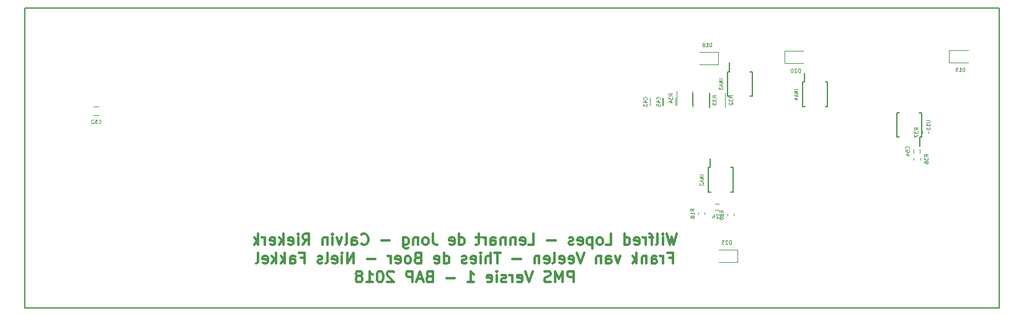
<source format=gbr>
G04 #@! TF.FileFunction,Legend,Bot*
%FSLAX46Y46*%
G04 Gerber Fmt 4.6, Leading zero omitted, Abs format (unit mm)*
G04 Created by KiCad (PCBNEW 4.0.7) date 06/14/18 16:50:20*
%MOMM*%
%LPD*%
G01*
G04 APERTURE LIST*
%ADD10C,0.100000*%
%ADD11C,0.300000*%
%ADD12C,0.150000*%
%ADD13C,0.120000*%
%ADD14C,0.125000*%
G04 APERTURE END LIST*
D10*
D11*
X113927142Y-153878571D02*
X113569999Y-155378571D01*
X113284285Y-154307143D01*
X112998571Y-155378571D01*
X112641428Y-153878571D01*
X112069999Y-155378571D02*
X112069999Y-154378571D01*
X112069999Y-153878571D02*
X112141428Y-153950000D01*
X112069999Y-154021429D01*
X111998571Y-153950000D01*
X112069999Y-153878571D01*
X112069999Y-154021429D01*
X111141427Y-155378571D02*
X111284285Y-155307143D01*
X111355713Y-155164286D01*
X111355713Y-153878571D01*
X110784285Y-154378571D02*
X110212856Y-154378571D01*
X110569999Y-155378571D02*
X110569999Y-154092857D01*
X110498571Y-153950000D01*
X110355713Y-153878571D01*
X110212856Y-153878571D01*
X109712856Y-155378571D02*
X109712856Y-154378571D01*
X109712856Y-154664286D02*
X109641428Y-154521429D01*
X109569999Y-154450000D01*
X109427142Y-154378571D01*
X109284285Y-154378571D01*
X108212857Y-155307143D02*
X108355714Y-155378571D01*
X108641428Y-155378571D01*
X108784285Y-155307143D01*
X108855714Y-155164286D01*
X108855714Y-154592857D01*
X108784285Y-154450000D01*
X108641428Y-154378571D01*
X108355714Y-154378571D01*
X108212857Y-154450000D01*
X108141428Y-154592857D01*
X108141428Y-154735714D01*
X108855714Y-154878571D01*
X106855714Y-155378571D02*
X106855714Y-153878571D01*
X106855714Y-155307143D02*
X106998571Y-155378571D01*
X107284285Y-155378571D01*
X107427143Y-155307143D01*
X107498571Y-155235714D01*
X107570000Y-155092857D01*
X107570000Y-154664286D01*
X107498571Y-154521429D01*
X107427143Y-154450000D01*
X107284285Y-154378571D01*
X106998571Y-154378571D01*
X106855714Y-154450000D01*
X104284285Y-155378571D02*
X104998571Y-155378571D01*
X104998571Y-153878571D01*
X103569999Y-155378571D02*
X103712857Y-155307143D01*
X103784285Y-155235714D01*
X103855714Y-155092857D01*
X103855714Y-154664286D01*
X103784285Y-154521429D01*
X103712857Y-154450000D01*
X103569999Y-154378571D01*
X103355714Y-154378571D01*
X103212857Y-154450000D01*
X103141428Y-154521429D01*
X103069999Y-154664286D01*
X103069999Y-155092857D01*
X103141428Y-155235714D01*
X103212857Y-155307143D01*
X103355714Y-155378571D01*
X103569999Y-155378571D01*
X102427142Y-154378571D02*
X102427142Y-155878571D01*
X102427142Y-154450000D02*
X102284285Y-154378571D01*
X101998571Y-154378571D01*
X101855714Y-154450000D01*
X101784285Y-154521429D01*
X101712856Y-154664286D01*
X101712856Y-155092857D01*
X101784285Y-155235714D01*
X101855714Y-155307143D01*
X101998571Y-155378571D01*
X102284285Y-155378571D01*
X102427142Y-155307143D01*
X100498571Y-155307143D02*
X100641428Y-155378571D01*
X100927142Y-155378571D01*
X101069999Y-155307143D01*
X101141428Y-155164286D01*
X101141428Y-154592857D01*
X101069999Y-154450000D01*
X100927142Y-154378571D01*
X100641428Y-154378571D01*
X100498571Y-154450000D01*
X100427142Y-154592857D01*
X100427142Y-154735714D01*
X101141428Y-154878571D01*
X99855714Y-155307143D02*
X99712857Y-155378571D01*
X99427142Y-155378571D01*
X99284285Y-155307143D01*
X99212857Y-155164286D01*
X99212857Y-155092857D01*
X99284285Y-154950000D01*
X99427142Y-154878571D01*
X99641428Y-154878571D01*
X99784285Y-154807143D01*
X99855714Y-154664286D01*
X99855714Y-154592857D01*
X99784285Y-154450000D01*
X99641428Y-154378571D01*
X99427142Y-154378571D01*
X99284285Y-154450000D01*
X97427142Y-154807143D02*
X96284285Y-154807143D01*
X93712856Y-155378571D02*
X94427142Y-155378571D01*
X94427142Y-153878571D01*
X92641428Y-155307143D02*
X92784285Y-155378571D01*
X93069999Y-155378571D01*
X93212856Y-155307143D01*
X93284285Y-155164286D01*
X93284285Y-154592857D01*
X93212856Y-154450000D01*
X93069999Y-154378571D01*
X92784285Y-154378571D01*
X92641428Y-154450000D01*
X92569999Y-154592857D01*
X92569999Y-154735714D01*
X93284285Y-154878571D01*
X91927142Y-154378571D02*
X91927142Y-155378571D01*
X91927142Y-154521429D02*
X91855714Y-154450000D01*
X91712856Y-154378571D01*
X91498571Y-154378571D01*
X91355714Y-154450000D01*
X91284285Y-154592857D01*
X91284285Y-155378571D01*
X90569999Y-154378571D02*
X90569999Y-155378571D01*
X90569999Y-154521429D02*
X90498571Y-154450000D01*
X90355713Y-154378571D01*
X90141428Y-154378571D01*
X89998571Y-154450000D01*
X89927142Y-154592857D01*
X89927142Y-155378571D01*
X88569999Y-155378571D02*
X88569999Y-154592857D01*
X88641428Y-154450000D01*
X88784285Y-154378571D01*
X89069999Y-154378571D01*
X89212856Y-154450000D01*
X88569999Y-155307143D02*
X88712856Y-155378571D01*
X89069999Y-155378571D01*
X89212856Y-155307143D01*
X89284285Y-155164286D01*
X89284285Y-155021429D01*
X89212856Y-154878571D01*
X89069999Y-154807143D01*
X88712856Y-154807143D01*
X88569999Y-154735714D01*
X87855713Y-155378571D02*
X87855713Y-154378571D01*
X87855713Y-154664286D02*
X87784285Y-154521429D01*
X87712856Y-154450000D01*
X87569999Y-154378571D01*
X87427142Y-154378571D01*
X87141428Y-154378571D02*
X86569999Y-154378571D01*
X86927142Y-153878571D02*
X86927142Y-155164286D01*
X86855714Y-155307143D01*
X86712856Y-155378571D01*
X86569999Y-155378571D01*
X84284285Y-155378571D02*
X84284285Y-153878571D01*
X84284285Y-155307143D02*
X84427142Y-155378571D01*
X84712856Y-155378571D01*
X84855714Y-155307143D01*
X84927142Y-155235714D01*
X84998571Y-155092857D01*
X84998571Y-154664286D01*
X84927142Y-154521429D01*
X84855714Y-154450000D01*
X84712856Y-154378571D01*
X84427142Y-154378571D01*
X84284285Y-154450000D01*
X82998571Y-155307143D02*
X83141428Y-155378571D01*
X83427142Y-155378571D01*
X83569999Y-155307143D01*
X83641428Y-155164286D01*
X83641428Y-154592857D01*
X83569999Y-154450000D01*
X83427142Y-154378571D01*
X83141428Y-154378571D01*
X82998571Y-154450000D01*
X82927142Y-154592857D01*
X82927142Y-154735714D01*
X83641428Y-154878571D01*
X80712857Y-153878571D02*
X80712857Y-154950000D01*
X80784285Y-155164286D01*
X80927142Y-155307143D01*
X81141428Y-155378571D01*
X81284285Y-155378571D01*
X79784285Y-155378571D02*
X79927143Y-155307143D01*
X79998571Y-155235714D01*
X80070000Y-155092857D01*
X80070000Y-154664286D01*
X79998571Y-154521429D01*
X79927143Y-154450000D01*
X79784285Y-154378571D01*
X79570000Y-154378571D01*
X79427143Y-154450000D01*
X79355714Y-154521429D01*
X79284285Y-154664286D01*
X79284285Y-155092857D01*
X79355714Y-155235714D01*
X79427143Y-155307143D01*
X79570000Y-155378571D01*
X79784285Y-155378571D01*
X78641428Y-154378571D02*
X78641428Y-155378571D01*
X78641428Y-154521429D02*
X78570000Y-154450000D01*
X78427142Y-154378571D01*
X78212857Y-154378571D01*
X78070000Y-154450000D01*
X77998571Y-154592857D01*
X77998571Y-155378571D01*
X76641428Y-154378571D02*
X76641428Y-155592857D01*
X76712857Y-155735714D01*
X76784285Y-155807143D01*
X76927142Y-155878571D01*
X77141428Y-155878571D01*
X77284285Y-155807143D01*
X76641428Y-155307143D02*
X76784285Y-155378571D01*
X77069999Y-155378571D01*
X77212857Y-155307143D01*
X77284285Y-155235714D01*
X77355714Y-155092857D01*
X77355714Y-154664286D01*
X77284285Y-154521429D01*
X77212857Y-154450000D01*
X77069999Y-154378571D01*
X76784285Y-154378571D01*
X76641428Y-154450000D01*
X74784285Y-154807143D02*
X73641428Y-154807143D01*
X70927142Y-155235714D02*
X70998571Y-155307143D01*
X71212857Y-155378571D01*
X71355714Y-155378571D01*
X71569999Y-155307143D01*
X71712857Y-155164286D01*
X71784285Y-155021429D01*
X71855714Y-154735714D01*
X71855714Y-154521429D01*
X71784285Y-154235714D01*
X71712857Y-154092857D01*
X71569999Y-153950000D01*
X71355714Y-153878571D01*
X71212857Y-153878571D01*
X70998571Y-153950000D01*
X70927142Y-154021429D01*
X69641428Y-155378571D02*
X69641428Y-154592857D01*
X69712857Y-154450000D01*
X69855714Y-154378571D01*
X70141428Y-154378571D01*
X70284285Y-154450000D01*
X69641428Y-155307143D02*
X69784285Y-155378571D01*
X70141428Y-155378571D01*
X70284285Y-155307143D01*
X70355714Y-155164286D01*
X70355714Y-155021429D01*
X70284285Y-154878571D01*
X70141428Y-154807143D01*
X69784285Y-154807143D01*
X69641428Y-154735714D01*
X68712856Y-155378571D02*
X68855714Y-155307143D01*
X68927142Y-155164286D01*
X68927142Y-153878571D01*
X68284285Y-154378571D02*
X67927142Y-155378571D01*
X67570000Y-154378571D01*
X66998571Y-155378571D02*
X66998571Y-154378571D01*
X66998571Y-153878571D02*
X67070000Y-153950000D01*
X66998571Y-154021429D01*
X66927143Y-153950000D01*
X66998571Y-153878571D01*
X66998571Y-154021429D01*
X66284285Y-154378571D02*
X66284285Y-155378571D01*
X66284285Y-154521429D02*
X66212857Y-154450000D01*
X66069999Y-154378571D01*
X65855714Y-154378571D01*
X65712857Y-154450000D01*
X65641428Y-154592857D01*
X65641428Y-155378571D01*
X62927142Y-155378571D02*
X63427142Y-154664286D01*
X63784285Y-155378571D02*
X63784285Y-153878571D01*
X63212857Y-153878571D01*
X63069999Y-153950000D01*
X62998571Y-154021429D01*
X62927142Y-154164286D01*
X62927142Y-154378571D01*
X62998571Y-154521429D01*
X63069999Y-154592857D01*
X63212857Y-154664286D01*
X63784285Y-154664286D01*
X62284285Y-155378571D02*
X62284285Y-154378571D01*
X62284285Y-153878571D02*
X62355714Y-153950000D01*
X62284285Y-154021429D01*
X62212857Y-153950000D01*
X62284285Y-153878571D01*
X62284285Y-154021429D01*
X60998571Y-155307143D02*
X61141428Y-155378571D01*
X61427142Y-155378571D01*
X61569999Y-155307143D01*
X61641428Y-155164286D01*
X61641428Y-154592857D01*
X61569999Y-154450000D01*
X61427142Y-154378571D01*
X61141428Y-154378571D01*
X60998571Y-154450000D01*
X60927142Y-154592857D01*
X60927142Y-154735714D01*
X61641428Y-154878571D01*
X60284285Y-155378571D02*
X60284285Y-153878571D01*
X60141428Y-154807143D02*
X59712857Y-155378571D01*
X59712857Y-154378571D02*
X60284285Y-154950000D01*
X58498571Y-155307143D02*
X58641428Y-155378571D01*
X58927142Y-155378571D01*
X59069999Y-155307143D01*
X59141428Y-155164286D01*
X59141428Y-154592857D01*
X59069999Y-154450000D01*
X58927142Y-154378571D01*
X58641428Y-154378571D01*
X58498571Y-154450000D01*
X58427142Y-154592857D01*
X58427142Y-154735714D01*
X59141428Y-154878571D01*
X57784285Y-155378571D02*
X57784285Y-154378571D01*
X57784285Y-154664286D02*
X57712857Y-154521429D01*
X57641428Y-154450000D01*
X57498571Y-154378571D01*
X57355714Y-154378571D01*
X56855714Y-155378571D02*
X56855714Y-153878571D01*
X56712857Y-154807143D02*
X56284286Y-155378571D01*
X56284286Y-154378571D02*
X56855714Y-154950000D01*
X112927141Y-157142857D02*
X113427141Y-157142857D01*
X113427141Y-157928571D02*
X113427141Y-156428571D01*
X112712855Y-156428571D01*
X112141427Y-157928571D02*
X112141427Y-156928571D01*
X112141427Y-157214286D02*
X112069999Y-157071429D01*
X111998570Y-157000000D01*
X111855713Y-156928571D01*
X111712856Y-156928571D01*
X110569999Y-157928571D02*
X110569999Y-157142857D01*
X110641428Y-157000000D01*
X110784285Y-156928571D01*
X111069999Y-156928571D01*
X111212856Y-157000000D01*
X110569999Y-157857143D02*
X110712856Y-157928571D01*
X111069999Y-157928571D01*
X111212856Y-157857143D01*
X111284285Y-157714286D01*
X111284285Y-157571429D01*
X111212856Y-157428571D01*
X111069999Y-157357143D01*
X110712856Y-157357143D01*
X110569999Y-157285714D01*
X109855713Y-156928571D02*
X109855713Y-157928571D01*
X109855713Y-157071429D02*
X109784285Y-157000000D01*
X109641427Y-156928571D01*
X109427142Y-156928571D01*
X109284285Y-157000000D01*
X109212856Y-157142857D01*
X109212856Y-157928571D01*
X108498570Y-157928571D02*
X108498570Y-156428571D01*
X108355713Y-157357143D02*
X107927142Y-157928571D01*
X107927142Y-156928571D02*
X108498570Y-157500000D01*
X106284284Y-156928571D02*
X105927141Y-157928571D01*
X105569999Y-156928571D01*
X104355713Y-157928571D02*
X104355713Y-157142857D01*
X104427142Y-157000000D01*
X104569999Y-156928571D01*
X104855713Y-156928571D01*
X104998570Y-157000000D01*
X104355713Y-157857143D02*
X104498570Y-157928571D01*
X104855713Y-157928571D01*
X104998570Y-157857143D01*
X105069999Y-157714286D01*
X105069999Y-157571429D01*
X104998570Y-157428571D01*
X104855713Y-157357143D01*
X104498570Y-157357143D01*
X104355713Y-157285714D01*
X103641427Y-156928571D02*
X103641427Y-157928571D01*
X103641427Y-157071429D02*
X103569999Y-157000000D01*
X103427141Y-156928571D01*
X103212856Y-156928571D01*
X103069999Y-157000000D01*
X102998570Y-157142857D01*
X102998570Y-157928571D01*
X101355713Y-156428571D02*
X100855713Y-157928571D01*
X100355713Y-156428571D01*
X99284285Y-157857143D02*
X99427142Y-157928571D01*
X99712856Y-157928571D01*
X99855713Y-157857143D01*
X99927142Y-157714286D01*
X99927142Y-157142857D01*
X99855713Y-157000000D01*
X99712856Y-156928571D01*
X99427142Y-156928571D01*
X99284285Y-157000000D01*
X99212856Y-157142857D01*
X99212856Y-157285714D01*
X99927142Y-157428571D01*
X97998571Y-157857143D02*
X98141428Y-157928571D01*
X98427142Y-157928571D01*
X98569999Y-157857143D01*
X98641428Y-157714286D01*
X98641428Y-157142857D01*
X98569999Y-157000000D01*
X98427142Y-156928571D01*
X98141428Y-156928571D01*
X97998571Y-157000000D01*
X97927142Y-157142857D01*
X97927142Y-157285714D01*
X98641428Y-157428571D01*
X97069999Y-157928571D02*
X97212857Y-157857143D01*
X97284285Y-157714286D01*
X97284285Y-156428571D01*
X95927143Y-157857143D02*
X96070000Y-157928571D01*
X96355714Y-157928571D01*
X96498571Y-157857143D01*
X96570000Y-157714286D01*
X96570000Y-157142857D01*
X96498571Y-157000000D01*
X96355714Y-156928571D01*
X96070000Y-156928571D01*
X95927143Y-157000000D01*
X95855714Y-157142857D01*
X95855714Y-157285714D01*
X96570000Y-157428571D01*
X95212857Y-156928571D02*
X95212857Y-157928571D01*
X95212857Y-157071429D02*
X95141429Y-157000000D01*
X94998571Y-156928571D01*
X94784286Y-156928571D01*
X94641429Y-157000000D01*
X94570000Y-157142857D01*
X94570000Y-157928571D01*
X92712857Y-157357143D02*
X91570000Y-157357143D01*
X89927143Y-156428571D02*
X89070000Y-156428571D01*
X89498571Y-157928571D02*
X89498571Y-156428571D01*
X88570000Y-157928571D02*
X88570000Y-156428571D01*
X87927143Y-157928571D02*
X87927143Y-157142857D01*
X87998572Y-157000000D01*
X88141429Y-156928571D01*
X88355714Y-156928571D01*
X88498572Y-157000000D01*
X88570000Y-157071429D01*
X87212857Y-157928571D02*
X87212857Y-156928571D01*
X87212857Y-156428571D02*
X87284286Y-156500000D01*
X87212857Y-156571429D01*
X87141429Y-156500000D01*
X87212857Y-156428571D01*
X87212857Y-156571429D01*
X85927143Y-157857143D02*
X86070000Y-157928571D01*
X86355714Y-157928571D01*
X86498571Y-157857143D01*
X86570000Y-157714286D01*
X86570000Y-157142857D01*
X86498571Y-157000000D01*
X86355714Y-156928571D01*
X86070000Y-156928571D01*
X85927143Y-157000000D01*
X85855714Y-157142857D01*
X85855714Y-157285714D01*
X86570000Y-157428571D01*
X85284286Y-157857143D02*
X85141429Y-157928571D01*
X84855714Y-157928571D01*
X84712857Y-157857143D01*
X84641429Y-157714286D01*
X84641429Y-157642857D01*
X84712857Y-157500000D01*
X84855714Y-157428571D01*
X85070000Y-157428571D01*
X85212857Y-157357143D01*
X85284286Y-157214286D01*
X85284286Y-157142857D01*
X85212857Y-157000000D01*
X85070000Y-156928571D01*
X84855714Y-156928571D01*
X84712857Y-157000000D01*
X82212857Y-157928571D02*
X82212857Y-156428571D01*
X82212857Y-157857143D02*
X82355714Y-157928571D01*
X82641428Y-157928571D01*
X82784286Y-157857143D01*
X82855714Y-157785714D01*
X82927143Y-157642857D01*
X82927143Y-157214286D01*
X82855714Y-157071429D01*
X82784286Y-157000000D01*
X82641428Y-156928571D01*
X82355714Y-156928571D01*
X82212857Y-157000000D01*
X80927143Y-157857143D02*
X81070000Y-157928571D01*
X81355714Y-157928571D01*
X81498571Y-157857143D01*
X81570000Y-157714286D01*
X81570000Y-157142857D01*
X81498571Y-157000000D01*
X81355714Y-156928571D01*
X81070000Y-156928571D01*
X80927143Y-157000000D01*
X80855714Y-157142857D01*
X80855714Y-157285714D01*
X81570000Y-157428571D01*
X78570000Y-157142857D02*
X78355714Y-157214286D01*
X78284286Y-157285714D01*
X78212857Y-157428571D01*
X78212857Y-157642857D01*
X78284286Y-157785714D01*
X78355714Y-157857143D01*
X78498572Y-157928571D01*
X79070000Y-157928571D01*
X79070000Y-156428571D01*
X78570000Y-156428571D01*
X78427143Y-156500000D01*
X78355714Y-156571429D01*
X78284286Y-156714286D01*
X78284286Y-156857143D01*
X78355714Y-157000000D01*
X78427143Y-157071429D01*
X78570000Y-157142857D01*
X79070000Y-157142857D01*
X77355714Y-157928571D02*
X77498572Y-157857143D01*
X77570000Y-157785714D01*
X77641429Y-157642857D01*
X77641429Y-157214286D01*
X77570000Y-157071429D01*
X77498572Y-157000000D01*
X77355714Y-156928571D01*
X77141429Y-156928571D01*
X76998572Y-157000000D01*
X76927143Y-157071429D01*
X76855714Y-157214286D01*
X76855714Y-157642857D01*
X76927143Y-157785714D01*
X76998572Y-157857143D01*
X77141429Y-157928571D01*
X77355714Y-157928571D01*
X75641429Y-157857143D02*
X75784286Y-157928571D01*
X76070000Y-157928571D01*
X76212857Y-157857143D01*
X76284286Y-157714286D01*
X76284286Y-157142857D01*
X76212857Y-157000000D01*
X76070000Y-156928571D01*
X75784286Y-156928571D01*
X75641429Y-157000000D01*
X75570000Y-157142857D01*
X75570000Y-157285714D01*
X76284286Y-157428571D01*
X74927143Y-157928571D02*
X74927143Y-156928571D01*
X74927143Y-157214286D02*
X74855715Y-157071429D01*
X74784286Y-157000000D01*
X74641429Y-156928571D01*
X74498572Y-156928571D01*
X72855715Y-157357143D02*
X71712858Y-157357143D01*
X69855715Y-157928571D02*
X69855715Y-156428571D01*
X68998572Y-157928571D01*
X68998572Y-156428571D01*
X68284286Y-157928571D02*
X68284286Y-156928571D01*
X68284286Y-156428571D02*
X68355715Y-156500000D01*
X68284286Y-156571429D01*
X68212858Y-156500000D01*
X68284286Y-156428571D01*
X68284286Y-156571429D01*
X66998572Y-157857143D02*
X67141429Y-157928571D01*
X67427143Y-157928571D01*
X67570000Y-157857143D01*
X67641429Y-157714286D01*
X67641429Y-157142857D01*
X67570000Y-157000000D01*
X67427143Y-156928571D01*
X67141429Y-156928571D01*
X66998572Y-157000000D01*
X66927143Y-157142857D01*
X66927143Y-157285714D01*
X67641429Y-157428571D01*
X66070000Y-157928571D02*
X66212858Y-157857143D01*
X66284286Y-157714286D01*
X66284286Y-156428571D01*
X65570001Y-157857143D02*
X65427144Y-157928571D01*
X65141429Y-157928571D01*
X64998572Y-157857143D01*
X64927144Y-157714286D01*
X64927144Y-157642857D01*
X64998572Y-157500000D01*
X65141429Y-157428571D01*
X65355715Y-157428571D01*
X65498572Y-157357143D01*
X65570001Y-157214286D01*
X65570001Y-157142857D01*
X65498572Y-157000000D01*
X65355715Y-156928571D01*
X65141429Y-156928571D01*
X64998572Y-157000000D01*
X62641429Y-157142857D02*
X63141429Y-157142857D01*
X63141429Y-157928571D02*
X63141429Y-156428571D01*
X62427143Y-156428571D01*
X61212858Y-157928571D02*
X61212858Y-157142857D01*
X61284287Y-157000000D01*
X61427144Y-156928571D01*
X61712858Y-156928571D01*
X61855715Y-157000000D01*
X61212858Y-157857143D02*
X61355715Y-157928571D01*
X61712858Y-157928571D01*
X61855715Y-157857143D01*
X61927144Y-157714286D01*
X61927144Y-157571429D01*
X61855715Y-157428571D01*
X61712858Y-157357143D01*
X61355715Y-157357143D01*
X61212858Y-157285714D01*
X60498572Y-157928571D02*
X60498572Y-156428571D01*
X60355715Y-157357143D02*
X59927144Y-157928571D01*
X59927144Y-156928571D02*
X60498572Y-157500000D01*
X59284286Y-157928571D02*
X59284286Y-156428571D01*
X59141429Y-157357143D02*
X58712858Y-157928571D01*
X58712858Y-156928571D02*
X59284286Y-157500000D01*
X57498572Y-157857143D02*
X57641429Y-157928571D01*
X57927143Y-157928571D01*
X58070000Y-157857143D01*
X58141429Y-157714286D01*
X58141429Y-157142857D01*
X58070000Y-157000000D01*
X57927143Y-156928571D01*
X57641429Y-156928571D01*
X57498572Y-157000000D01*
X57427143Y-157142857D01*
X57427143Y-157285714D01*
X58141429Y-157428571D01*
X56570000Y-157928571D02*
X56712858Y-157857143D01*
X56784286Y-157714286D01*
X56784286Y-156428571D01*
X99891426Y-160478571D02*
X99891426Y-158978571D01*
X99319998Y-158978571D01*
X99177140Y-159050000D01*
X99105712Y-159121429D01*
X99034283Y-159264286D01*
X99034283Y-159478571D01*
X99105712Y-159621429D01*
X99177140Y-159692857D01*
X99319998Y-159764286D01*
X99891426Y-159764286D01*
X98391426Y-160478571D02*
X98391426Y-158978571D01*
X97891426Y-160050000D01*
X97391426Y-158978571D01*
X97391426Y-160478571D01*
X96748569Y-160407143D02*
X96534283Y-160478571D01*
X96177140Y-160478571D01*
X96034283Y-160407143D01*
X95962854Y-160335714D01*
X95891426Y-160192857D01*
X95891426Y-160050000D01*
X95962854Y-159907143D01*
X96034283Y-159835714D01*
X96177140Y-159764286D01*
X96462854Y-159692857D01*
X96605712Y-159621429D01*
X96677140Y-159550000D01*
X96748569Y-159407143D01*
X96748569Y-159264286D01*
X96677140Y-159121429D01*
X96605712Y-159050000D01*
X96462854Y-158978571D01*
X96105712Y-158978571D01*
X95891426Y-159050000D01*
X94319998Y-158978571D02*
X93819998Y-160478571D01*
X93319998Y-158978571D01*
X92248570Y-160407143D02*
X92391427Y-160478571D01*
X92677141Y-160478571D01*
X92819998Y-160407143D01*
X92891427Y-160264286D01*
X92891427Y-159692857D01*
X92819998Y-159550000D01*
X92677141Y-159478571D01*
X92391427Y-159478571D01*
X92248570Y-159550000D01*
X92177141Y-159692857D01*
X92177141Y-159835714D01*
X92891427Y-159978571D01*
X91534284Y-160478571D02*
X91534284Y-159478571D01*
X91534284Y-159764286D02*
X91462856Y-159621429D01*
X91391427Y-159550000D01*
X91248570Y-159478571D01*
X91105713Y-159478571D01*
X90677142Y-160407143D02*
X90534285Y-160478571D01*
X90248570Y-160478571D01*
X90105713Y-160407143D01*
X90034285Y-160264286D01*
X90034285Y-160192857D01*
X90105713Y-160050000D01*
X90248570Y-159978571D01*
X90462856Y-159978571D01*
X90605713Y-159907143D01*
X90677142Y-159764286D01*
X90677142Y-159692857D01*
X90605713Y-159550000D01*
X90462856Y-159478571D01*
X90248570Y-159478571D01*
X90105713Y-159550000D01*
X89391427Y-160478571D02*
X89391427Y-159478571D01*
X89391427Y-158978571D02*
X89462856Y-159050000D01*
X89391427Y-159121429D01*
X89319999Y-159050000D01*
X89391427Y-158978571D01*
X89391427Y-159121429D01*
X88105713Y-160407143D02*
X88248570Y-160478571D01*
X88534284Y-160478571D01*
X88677141Y-160407143D01*
X88748570Y-160264286D01*
X88748570Y-159692857D01*
X88677141Y-159550000D01*
X88534284Y-159478571D01*
X88248570Y-159478571D01*
X88105713Y-159550000D01*
X88034284Y-159692857D01*
X88034284Y-159835714D01*
X88748570Y-159978571D01*
X85462856Y-160478571D02*
X86319999Y-160478571D01*
X85891427Y-160478571D02*
X85891427Y-158978571D01*
X86034284Y-159192857D01*
X86177142Y-159335714D01*
X86319999Y-159407143D01*
X83677142Y-159907143D02*
X82534285Y-159907143D01*
X80177142Y-159692857D02*
X79962856Y-159764286D01*
X79891428Y-159835714D01*
X79819999Y-159978571D01*
X79819999Y-160192857D01*
X79891428Y-160335714D01*
X79962856Y-160407143D01*
X80105714Y-160478571D01*
X80677142Y-160478571D01*
X80677142Y-158978571D01*
X80177142Y-158978571D01*
X80034285Y-159050000D01*
X79962856Y-159121429D01*
X79891428Y-159264286D01*
X79891428Y-159407143D01*
X79962856Y-159550000D01*
X80034285Y-159621429D01*
X80177142Y-159692857D01*
X80677142Y-159692857D01*
X79248571Y-160050000D02*
X78534285Y-160050000D01*
X79391428Y-160478571D02*
X78891428Y-158978571D01*
X78391428Y-160478571D01*
X77891428Y-160478571D02*
X77891428Y-158978571D01*
X77320000Y-158978571D01*
X77177142Y-159050000D01*
X77105714Y-159121429D01*
X77034285Y-159264286D01*
X77034285Y-159478571D01*
X77105714Y-159621429D01*
X77177142Y-159692857D01*
X77320000Y-159764286D01*
X77891428Y-159764286D01*
X75320000Y-159121429D02*
X75248571Y-159050000D01*
X75105714Y-158978571D01*
X74748571Y-158978571D01*
X74605714Y-159050000D01*
X74534285Y-159121429D01*
X74462857Y-159264286D01*
X74462857Y-159407143D01*
X74534285Y-159621429D01*
X75391428Y-160478571D01*
X74462857Y-160478571D01*
X73534286Y-158978571D02*
X73391429Y-158978571D01*
X73248572Y-159050000D01*
X73177143Y-159121429D01*
X73105714Y-159264286D01*
X73034286Y-159550000D01*
X73034286Y-159907143D01*
X73105714Y-160192857D01*
X73177143Y-160335714D01*
X73248572Y-160407143D01*
X73391429Y-160478571D01*
X73534286Y-160478571D01*
X73677143Y-160407143D01*
X73748572Y-160335714D01*
X73820000Y-160192857D01*
X73891429Y-159907143D01*
X73891429Y-159550000D01*
X73820000Y-159264286D01*
X73748572Y-159121429D01*
X73677143Y-159050000D01*
X73534286Y-158978571D01*
X71605715Y-160478571D02*
X72462858Y-160478571D01*
X72034286Y-160478571D02*
X72034286Y-158978571D01*
X72177143Y-159192857D01*
X72320001Y-159335714D01*
X72462858Y-159407143D01*
X70748572Y-159621429D02*
X70891430Y-159550000D01*
X70962858Y-159478571D01*
X71034287Y-159335714D01*
X71034287Y-159264286D01*
X70962858Y-159121429D01*
X70891430Y-159050000D01*
X70748572Y-158978571D01*
X70462858Y-158978571D01*
X70320001Y-159050000D01*
X70248572Y-159121429D01*
X70177144Y-159264286D01*
X70177144Y-159335714D01*
X70248572Y-159478571D01*
X70320001Y-159550000D01*
X70462858Y-159621429D01*
X70748572Y-159621429D01*
X70891430Y-159692857D01*
X70962858Y-159764286D01*
X71034287Y-159907143D01*
X71034287Y-160192857D01*
X70962858Y-160335714D01*
X70891430Y-160407143D01*
X70748572Y-160478571D01*
X70462858Y-160478571D01*
X70320001Y-160407143D01*
X70248572Y-160335714D01*
X70177144Y-160192857D01*
X70177144Y-159907143D01*
X70248572Y-159764286D01*
X70320001Y-159692857D01*
X70462858Y-159621429D01*
D12*
X25000000Y-164000000D02*
X25000000Y-123000000D01*
X158000000Y-164000000D02*
X25000000Y-164000000D01*
X158000000Y-123000000D02*
X158000000Y-164000000D01*
X25000000Y-123000000D02*
X158000000Y-123000000D01*
D13*
X35060000Y-136460000D02*
X34360000Y-136460000D01*
X34360000Y-137660000D02*
X35060000Y-137660000D01*
X119750000Y-149810000D02*
X119250000Y-149810000D01*
X119250000Y-150610000D02*
X119750000Y-150610000D01*
X110330000Y-136300000D02*
X110330000Y-135300000D01*
X112030000Y-135300000D02*
X112030000Y-136300000D01*
X112130000Y-136300000D02*
X112130000Y-135300000D01*
X113830000Y-135300000D02*
X113830000Y-136300000D01*
X147140000Y-142810000D02*
X147140000Y-142310000D01*
X146340000Y-142310000D02*
X146340000Y-142810000D01*
D12*
X118285000Y-144825000D02*
X118510000Y-144825000D01*
X118285000Y-148175000D02*
X118585000Y-148175000D01*
X121635000Y-148175000D02*
X121335000Y-148175000D01*
X121635000Y-144825000D02*
X121335000Y-144825000D01*
X118285000Y-144825000D02*
X118285000Y-148175000D01*
X121635000Y-144825000D02*
X121635000Y-148175000D01*
X118510000Y-144825000D02*
X118510000Y-143600000D01*
X120905000Y-131725000D02*
X121130000Y-131725000D01*
X120905000Y-135075000D02*
X121205000Y-135075000D01*
X124255000Y-135075000D02*
X123955000Y-135075000D01*
X124255000Y-131725000D02*
X123955000Y-131725000D01*
X120905000Y-131725000D02*
X120905000Y-135075000D01*
X124255000Y-131725000D02*
X124255000Y-135075000D01*
X121130000Y-131725000D02*
X121130000Y-130500000D01*
X131195000Y-133135000D02*
X131420000Y-133135000D01*
X131195000Y-136485000D02*
X131495000Y-136485000D01*
X134545000Y-136485000D02*
X134245000Y-136485000D01*
X134545000Y-133135000D02*
X134245000Y-133135000D01*
X131195000Y-133135000D02*
X131195000Y-136485000D01*
X134545000Y-133135000D02*
X134545000Y-136485000D01*
X131420000Y-133135000D02*
X131420000Y-131910000D01*
D13*
X116890000Y-151190000D02*
X116890000Y-150950000D01*
X117770000Y-150950000D02*
X117770000Y-151190000D01*
X120890000Y-151410000D02*
X120890000Y-151170000D01*
X121770000Y-151170000D02*
X121770000Y-151410000D01*
X118450000Y-134600000D02*
X118450000Y-136600000D01*
X120590000Y-136600000D02*
X120590000Y-134600000D01*
X116190000Y-134600000D02*
X116190000Y-136600000D01*
X118330000Y-136600000D02*
X118330000Y-134600000D01*
X116080000Y-136330000D02*
X116080000Y-134330000D01*
X113940000Y-134330000D02*
X113940000Y-136330000D01*
X147220000Y-143500000D02*
X147220000Y-143740000D01*
X146340000Y-143740000D02*
X146340000Y-143500000D01*
X147470000Y-140100000D02*
X147470000Y-139860000D01*
X148350000Y-139860000D02*
X148350000Y-140100000D01*
D12*
X147385000Y-140675000D02*
X147160000Y-140675000D01*
X147385000Y-137325000D02*
X147085000Y-137325000D01*
X144035000Y-137325000D02*
X144335000Y-137325000D01*
X144035000Y-140675000D02*
X144335000Y-140675000D01*
X147385000Y-140675000D02*
X147385000Y-137325000D01*
X144035000Y-140675000D02*
X144035000Y-137325000D01*
X147160000Y-140675000D02*
X147160000Y-141900000D01*
D13*
X119630000Y-129060000D02*
X119630000Y-130760000D01*
X119630000Y-130760000D02*
X117080000Y-130760000D01*
X119630000Y-129060000D02*
X117080000Y-129060000D01*
X151170000Y-130450000D02*
X151170000Y-128750000D01*
X151170000Y-128750000D02*
X153720000Y-128750000D01*
X151170000Y-130450000D02*
X153720000Y-130450000D01*
X128680000Y-130570000D02*
X128680000Y-128870000D01*
X128680000Y-128870000D02*
X131230000Y-128870000D01*
X128680000Y-130570000D02*
X131230000Y-130570000D01*
X122280000Y-156060000D02*
X122280000Y-157760000D01*
X122280000Y-157760000D02*
X119730000Y-157760000D01*
X122280000Y-156060000D02*
X119730000Y-156060000D01*
D14*
X35031428Y-138738571D02*
X35055238Y-138762381D01*
X35126666Y-138786190D01*
X35174285Y-138786190D01*
X35245714Y-138762381D01*
X35293333Y-138714762D01*
X35317142Y-138667143D01*
X35340952Y-138571905D01*
X35340952Y-138500476D01*
X35317142Y-138405238D01*
X35293333Y-138357619D01*
X35245714Y-138310000D01*
X35174285Y-138286190D01*
X35126666Y-138286190D01*
X35055238Y-138310000D01*
X35031428Y-138333810D01*
X34602857Y-138286190D02*
X34698095Y-138286190D01*
X34745714Y-138310000D01*
X34769523Y-138333810D01*
X34817142Y-138405238D01*
X34840952Y-138500476D01*
X34840952Y-138690952D01*
X34817142Y-138738571D01*
X34793333Y-138762381D01*
X34745714Y-138786190D01*
X34650476Y-138786190D01*
X34602857Y-138762381D01*
X34579047Y-138738571D01*
X34555238Y-138690952D01*
X34555238Y-138571905D01*
X34579047Y-138524286D01*
X34602857Y-138500476D01*
X34650476Y-138476667D01*
X34745714Y-138476667D01*
X34793333Y-138500476D01*
X34817142Y-138524286D01*
X34840952Y-138571905D01*
X34364762Y-138333810D02*
X34340952Y-138310000D01*
X34293333Y-138286190D01*
X34174286Y-138286190D01*
X34126667Y-138310000D01*
X34102857Y-138333810D01*
X34079048Y-138381429D01*
X34079048Y-138429048D01*
X34102857Y-138500476D01*
X34388571Y-138786190D01*
X34079048Y-138786190D01*
X119821428Y-151658571D02*
X119845238Y-151682381D01*
X119916666Y-151706190D01*
X119964285Y-151706190D01*
X120035714Y-151682381D01*
X120083333Y-151634762D01*
X120107142Y-151587143D01*
X120130952Y-151491905D01*
X120130952Y-151420476D01*
X120107142Y-151325238D01*
X120083333Y-151277619D01*
X120035714Y-151230000D01*
X119964285Y-151206190D01*
X119916666Y-151206190D01*
X119845238Y-151230000D01*
X119821428Y-151253810D01*
X119630952Y-151253810D02*
X119607142Y-151230000D01*
X119559523Y-151206190D01*
X119440476Y-151206190D01*
X119392857Y-151230000D01*
X119369047Y-151253810D01*
X119345238Y-151301429D01*
X119345238Y-151349048D01*
X119369047Y-151420476D01*
X119654761Y-151706190D01*
X119345238Y-151706190D01*
X118916667Y-151372857D02*
X118916667Y-151706190D01*
X119035714Y-151182381D02*
X119154762Y-151539524D01*
X118845238Y-151539524D01*
X109858571Y-135478572D02*
X109882381Y-135454762D01*
X109906190Y-135383334D01*
X109906190Y-135335715D01*
X109882381Y-135264286D01*
X109834762Y-135216667D01*
X109787143Y-135192858D01*
X109691905Y-135169048D01*
X109620476Y-135169048D01*
X109525238Y-135192858D01*
X109477619Y-135216667D01*
X109430000Y-135264286D01*
X109406190Y-135335715D01*
X109406190Y-135383334D01*
X109430000Y-135454762D01*
X109453810Y-135478572D01*
X109572857Y-135907143D02*
X109906190Y-135907143D01*
X109382381Y-135788096D02*
X109739524Y-135669048D01*
X109739524Y-135978572D01*
X109406190Y-136121429D02*
X109406190Y-136430952D01*
X109596667Y-136264286D01*
X109596667Y-136335714D01*
X109620476Y-136383333D01*
X109644286Y-136407143D01*
X109691905Y-136430952D01*
X109810952Y-136430952D01*
X109858571Y-136407143D01*
X109882381Y-136383333D01*
X109906190Y-136335714D01*
X109906190Y-136192857D01*
X109882381Y-136145238D01*
X109858571Y-136121429D01*
X111658571Y-135478572D02*
X111682381Y-135454762D01*
X111706190Y-135383334D01*
X111706190Y-135335715D01*
X111682381Y-135264286D01*
X111634762Y-135216667D01*
X111587143Y-135192858D01*
X111491905Y-135169048D01*
X111420476Y-135169048D01*
X111325238Y-135192858D01*
X111277619Y-135216667D01*
X111230000Y-135264286D01*
X111206190Y-135335715D01*
X111206190Y-135383334D01*
X111230000Y-135454762D01*
X111253810Y-135478572D01*
X111372857Y-135907143D02*
X111706190Y-135907143D01*
X111182381Y-135788096D02*
X111539524Y-135669048D01*
X111539524Y-135978572D01*
X111206190Y-136407143D02*
X111206190Y-136169048D01*
X111444286Y-136145238D01*
X111420476Y-136169048D01*
X111396667Y-136216667D01*
X111396667Y-136335714D01*
X111420476Y-136383333D01*
X111444286Y-136407143D01*
X111491905Y-136430952D01*
X111610952Y-136430952D01*
X111658571Y-136407143D01*
X111682381Y-136383333D01*
X111706190Y-136335714D01*
X111706190Y-136216667D01*
X111682381Y-136169048D01*
X111658571Y-136145238D01*
X145648571Y-142238572D02*
X145672381Y-142214762D01*
X145696190Y-142143334D01*
X145696190Y-142095715D01*
X145672381Y-142024286D01*
X145624762Y-141976667D01*
X145577143Y-141952858D01*
X145481905Y-141929048D01*
X145410476Y-141929048D01*
X145315238Y-141952858D01*
X145267619Y-141976667D01*
X145220000Y-142024286D01*
X145196190Y-142095715D01*
X145196190Y-142143334D01*
X145220000Y-142214762D01*
X145243810Y-142238572D01*
X145196190Y-142690953D02*
X145196190Y-142452858D01*
X145434286Y-142429048D01*
X145410476Y-142452858D01*
X145386667Y-142500477D01*
X145386667Y-142619524D01*
X145410476Y-142667143D01*
X145434286Y-142690953D01*
X145481905Y-142714762D01*
X145600952Y-142714762D01*
X145648571Y-142690953D01*
X145672381Y-142667143D01*
X145696190Y-142619524D01*
X145696190Y-142500477D01*
X145672381Y-142452858D01*
X145648571Y-142429048D01*
X145362857Y-143143333D02*
X145696190Y-143143333D01*
X145172381Y-143024286D02*
X145529524Y-142905238D01*
X145529524Y-143214762D01*
X117586190Y-145785715D02*
X117086190Y-145785715D01*
X117586190Y-146023810D02*
X117086190Y-146023810D01*
X117586190Y-146309524D01*
X117086190Y-146309524D01*
X117443333Y-146523810D02*
X117443333Y-146761905D01*
X117586190Y-146476191D02*
X117086190Y-146642858D01*
X117586190Y-146809524D01*
X117133810Y-146952381D02*
X117110000Y-146976191D01*
X117086190Y-147023810D01*
X117086190Y-147142857D01*
X117110000Y-147190476D01*
X117133810Y-147214286D01*
X117181429Y-147238095D01*
X117229048Y-147238095D01*
X117300476Y-147214286D01*
X117586190Y-146928572D01*
X117586190Y-147238095D01*
X120206190Y-132685715D02*
X119706190Y-132685715D01*
X120206190Y-132923810D02*
X119706190Y-132923810D01*
X120206190Y-133209524D01*
X119706190Y-133209524D01*
X120063333Y-133423810D02*
X120063333Y-133661905D01*
X120206190Y-133376191D02*
X119706190Y-133542858D01*
X120206190Y-133709524D01*
X119706190Y-133828572D02*
X119706190Y-134138095D01*
X119896667Y-133971429D01*
X119896667Y-134042857D01*
X119920476Y-134090476D01*
X119944286Y-134114286D01*
X119991905Y-134138095D01*
X120110952Y-134138095D01*
X120158571Y-134114286D01*
X120182381Y-134090476D01*
X120206190Y-134042857D01*
X120206190Y-133900000D01*
X120182381Y-133852381D01*
X120158571Y-133828572D01*
X130496190Y-134095715D02*
X129996190Y-134095715D01*
X130496190Y-134333810D02*
X129996190Y-134333810D01*
X130496190Y-134619524D01*
X129996190Y-134619524D01*
X130353333Y-134833810D02*
X130353333Y-135071905D01*
X130496190Y-134786191D02*
X129996190Y-134952858D01*
X130496190Y-135119524D01*
X130162857Y-135500476D02*
X130496190Y-135500476D01*
X129972381Y-135381429D02*
X130329524Y-135262381D01*
X130329524Y-135571905D01*
X116306190Y-150748572D02*
X116068095Y-150581905D01*
X116306190Y-150462858D02*
X115806190Y-150462858D01*
X115806190Y-150653334D01*
X115830000Y-150700953D01*
X115853810Y-150724762D01*
X115901429Y-150748572D01*
X115972857Y-150748572D01*
X116020476Y-150724762D01*
X116044286Y-150700953D01*
X116068095Y-150653334D01*
X116068095Y-150462858D01*
X116306190Y-151224762D02*
X116306190Y-150939048D01*
X116306190Y-151081905D02*
X115806190Y-151081905D01*
X115877619Y-151034286D01*
X115925238Y-150986667D01*
X115949048Y-150939048D01*
X116020476Y-151510476D02*
X115996667Y-151462857D01*
X115972857Y-151439048D01*
X115925238Y-151415238D01*
X115901429Y-151415238D01*
X115853810Y-151439048D01*
X115830000Y-151462857D01*
X115806190Y-151510476D01*
X115806190Y-151605714D01*
X115830000Y-151653333D01*
X115853810Y-151677143D01*
X115901429Y-151700952D01*
X115925238Y-151700952D01*
X115972857Y-151677143D01*
X115996667Y-151653333D01*
X116020476Y-151605714D01*
X116020476Y-151510476D01*
X116044286Y-151462857D01*
X116068095Y-151439048D01*
X116115714Y-151415238D01*
X116210952Y-151415238D01*
X116258571Y-151439048D01*
X116282381Y-151462857D01*
X116306190Y-151510476D01*
X116306190Y-151605714D01*
X116282381Y-151653333D01*
X116258571Y-151677143D01*
X116210952Y-151700952D01*
X116115714Y-151700952D01*
X116068095Y-151677143D01*
X116044286Y-151653333D01*
X116020476Y-151605714D01*
X120306190Y-150968572D02*
X120068095Y-150801905D01*
X120306190Y-150682858D02*
X119806190Y-150682858D01*
X119806190Y-150873334D01*
X119830000Y-150920953D01*
X119853810Y-150944762D01*
X119901429Y-150968572D01*
X119972857Y-150968572D01*
X120020476Y-150944762D01*
X120044286Y-150920953D01*
X120068095Y-150873334D01*
X120068095Y-150682858D01*
X119853810Y-151159048D02*
X119830000Y-151182858D01*
X119806190Y-151230477D01*
X119806190Y-151349524D01*
X119830000Y-151397143D01*
X119853810Y-151420953D01*
X119901429Y-151444762D01*
X119949048Y-151444762D01*
X120020476Y-151420953D01*
X120306190Y-151135239D01*
X120306190Y-151444762D01*
X119806190Y-151754286D02*
X119806190Y-151801905D01*
X119830000Y-151849524D01*
X119853810Y-151873333D01*
X119901429Y-151897143D01*
X119996667Y-151920952D01*
X120115714Y-151920952D01*
X120210952Y-151897143D01*
X120258571Y-151873333D01*
X120282381Y-151849524D01*
X120306190Y-151801905D01*
X120306190Y-151754286D01*
X120282381Y-151706667D01*
X120258571Y-151682857D01*
X120210952Y-151659048D01*
X120115714Y-151635238D01*
X119996667Y-151635238D01*
X119901429Y-151659048D01*
X119853810Y-151682857D01*
X119830000Y-151706667D01*
X119806190Y-151754286D01*
X121596190Y-135278572D02*
X121358095Y-135111905D01*
X121596190Y-134992858D02*
X121096190Y-134992858D01*
X121096190Y-135183334D01*
X121120000Y-135230953D01*
X121143810Y-135254762D01*
X121191429Y-135278572D01*
X121262857Y-135278572D01*
X121310476Y-135254762D01*
X121334286Y-135230953D01*
X121358095Y-135183334D01*
X121358095Y-134992858D01*
X121096190Y-135445239D02*
X121096190Y-135754762D01*
X121286667Y-135588096D01*
X121286667Y-135659524D01*
X121310476Y-135707143D01*
X121334286Y-135730953D01*
X121381905Y-135754762D01*
X121500952Y-135754762D01*
X121548571Y-135730953D01*
X121572381Y-135707143D01*
X121596190Y-135659524D01*
X121596190Y-135516667D01*
X121572381Y-135469048D01*
X121548571Y-135445239D01*
X121143810Y-135945238D02*
X121120000Y-135969048D01*
X121096190Y-136016667D01*
X121096190Y-136135714D01*
X121120000Y-136183333D01*
X121143810Y-136207143D01*
X121191429Y-136230952D01*
X121239048Y-136230952D01*
X121310476Y-136207143D01*
X121596190Y-135921429D01*
X121596190Y-136230952D01*
X119336190Y-135278572D02*
X119098095Y-135111905D01*
X119336190Y-134992858D02*
X118836190Y-134992858D01*
X118836190Y-135183334D01*
X118860000Y-135230953D01*
X118883810Y-135254762D01*
X118931429Y-135278572D01*
X119002857Y-135278572D01*
X119050476Y-135254762D01*
X119074286Y-135230953D01*
X119098095Y-135183334D01*
X119098095Y-134992858D01*
X118836190Y-135445239D02*
X118836190Y-135754762D01*
X119026667Y-135588096D01*
X119026667Y-135659524D01*
X119050476Y-135707143D01*
X119074286Y-135730953D01*
X119121905Y-135754762D01*
X119240952Y-135754762D01*
X119288571Y-135730953D01*
X119312381Y-135707143D01*
X119336190Y-135659524D01*
X119336190Y-135516667D01*
X119312381Y-135469048D01*
X119288571Y-135445239D01*
X118836190Y-135921429D02*
X118836190Y-136230952D01*
X119026667Y-136064286D01*
X119026667Y-136135714D01*
X119050476Y-136183333D01*
X119074286Y-136207143D01*
X119121905Y-136230952D01*
X119240952Y-136230952D01*
X119288571Y-136207143D01*
X119312381Y-136183333D01*
X119336190Y-136135714D01*
X119336190Y-135992857D01*
X119312381Y-135945238D01*
X119288571Y-135921429D01*
X113386190Y-135008572D02*
X113148095Y-134841905D01*
X113386190Y-134722858D02*
X112886190Y-134722858D01*
X112886190Y-134913334D01*
X112910000Y-134960953D01*
X112933810Y-134984762D01*
X112981429Y-135008572D01*
X113052857Y-135008572D01*
X113100476Y-134984762D01*
X113124286Y-134960953D01*
X113148095Y-134913334D01*
X113148095Y-134722858D01*
X112886190Y-135175239D02*
X112886190Y-135484762D01*
X113076667Y-135318096D01*
X113076667Y-135389524D01*
X113100476Y-135437143D01*
X113124286Y-135460953D01*
X113171905Y-135484762D01*
X113290952Y-135484762D01*
X113338571Y-135460953D01*
X113362381Y-135437143D01*
X113386190Y-135389524D01*
X113386190Y-135246667D01*
X113362381Y-135199048D01*
X113338571Y-135175239D01*
X113052857Y-135913333D02*
X113386190Y-135913333D01*
X112862381Y-135794286D02*
X113219524Y-135675238D01*
X113219524Y-135984762D01*
X148256190Y-143298572D02*
X148018095Y-143131905D01*
X148256190Y-143012858D02*
X147756190Y-143012858D01*
X147756190Y-143203334D01*
X147780000Y-143250953D01*
X147803810Y-143274762D01*
X147851429Y-143298572D01*
X147922857Y-143298572D01*
X147970476Y-143274762D01*
X147994286Y-143250953D01*
X148018095Y-143203334D01*
X148018095Y-143012858D01*
X147756190Y-143465239D02*
X147756190Y-143774762D01*
X147946667Y-143608096D01*
X147946667Y-143679524D01*
X147970476Y-143727143D01*
X147994286Y-143750953D01*
X148041905Y-143774762D01*
X148160952Y-143774762D01*
X148208571Y-143750953D01*
X148232381Y-143727143D01*
X148256190Y-143679524D01*
X148256190Y-143536667D01*
X148232381Y-143489048D01*
X148208571Y-143465239D01*
X147756190Y-144203333D02*
X147756190Y-144108095D01*
X147780000Y-144060476D01*
X147803810Y-144036667D01*
X147875238Y-143989048D01*
X147970476Y-143965238D01*
X148160952Y-143965238D01*
X148208571Y-143989048D01*
X148232381Y-144012857D01*
X148256190Y-144060476D01*
X148256190Y-144155714D01*
X148232381Y-144203333D01*
X148208571Y-144227143D01*
X148160952Y-144250952D01*
X148041905Y-144250952D01*
X147994286Y-144227143D01*
X147970476Y-144203333D01*
X147946667Y-144155714D01*
X147946667Y-144060476D01*
X147970476Y-144012857D01*
X147994286Y-143989048D01*
X148041905Y-143965238D01*
X146886190Y-139658572D02*
X146648095Y-139491905D01*
X146886190Y-139372858D02*
X146386190Y-139372858D01*
X146386190Y-139563334D01*
X146410000Y-139610953D01*
X146433810Y-139634762D01*
X146481429Y-139658572D01*
X146552857Y-139658572D01*
X146600476Y-139634762D01*
X146624286Y-139610953D01*
X146648095Y-139563334D01*
X146648095Y-139372858D01*
X146386190Y-139825239D02*
X146386190Y-140134762D01*
X146576667Y-139968096D01*
X146576667Y-140039524D01*
X146600476Y-140087143D01*
X146624286Y-140110953D01*
X146671905Y-140134762D01*
X146790952Y-140134762D01*
X146838571Y-140110953D01*
X146862381Y-140087143D01*
X146886190Y-140039524D01*
X146886190Y-139896667D01*
X146862381Y-139849048D01*
X146838571Y-139825239D01*
X146386190Y-140301429D02*
X146386190Y-140634762D01*
X146886190Y-140420476D01*
X148036190Y-138380953D02*
X148440952Y-138380953D01*
X148488571Y-138404762D01*
X148512381Y-138428572D01*
X148536190Y-138476191D01*
X148536190Y-138571429D01*
X148512381Y-138619048D01*
X148488571Y-138642857D01*
X148440952Y-138666667D01*
X148036190Y-138666667D01*
X148536190Y-139166667D02*
X148536190Y-138880953D01*
X148536190Y-139023810D02*
X148036190Y-139023810D01*
X148107619Y-138976191D01*
X148155238Y-138928572D01*
X148179048Y-138880953D01*
X148536190Y-139642857D02*
X148536190Y-139357143D01*
X148536190Y-139500000D02*
X148036190Y-139500000D01*
X148107619Y-139452381D01*
X148155238Y-139404762D01*
X148179048Y-139357143D01*
X118737142Y-128286190D02*
X118737142Y-127786190D01*
X118618095Y-127786190D01*
X118546666Y-127810000D01*
X118499047Y-127857619D01*
X118475238Y-127905238D01*
X118451428Y-128000476D01*
X118451428Y-128071905D01*
X118475238Y-128167143D01*
X118499047Y-128214762D01*
X118546666Y-128262381D01*
X118618095Y-128286190D01*
X118737142Y-128286190D01*
X117975238Y-128286190D02*
X118260952Y-128286190D01*
X118118095Y-128286190D02*
X118118095Y-127786190D01*
X118165714Y-127857619D01*
X118213333Y-127905238D01*
X118260952Y-127929048D01*
X117689524Y-128000476D02*
X117737143Y-127976667D01*
X117760952Y-127952857D01*
X117784762Y-127905238D01*
X117784762Y-127881429D01*
X117760952Y-127833810D01*
X117737143Y-127810000D01*
X117689524Y-127786190D01*
X117594286Y-127786190D01*
X117546667Y-127810000D01*
X117522857Y-127833810D01*
X117499048Y-127881429D01*
X117499048Y-127905238D01*
X117522857Y-127952857D01*
X117546667Y-127976667D01*
X117594286Y-128000476D01*
X117689524Y-128000476D01*
X117737143Y-128024286D01*
X117760952Y-128048095D01*
X117784762Y-128095714D01*
X117784762Y-128190952D01*
X117760952Y-128238571D01*
X117737143Y-128262381D01*
X117689524Y-128286190D01*
X117594286Y-128286190D01*
X117546667Y-128262381D01*
X117522857Y-128238571D01*
X117499048Y-128190952D01*
X117499048Y-128095714D01*
X117522857Y-128048095D01*
X117546667Y-128024286D01*
X117594286Y-128000476D01*
X153277142Y-131676190D02*
X153277142Y-131176190D01*
X153158095Y-131176190D01*
X153086666Y-131200000D01*
X153039047Y-131247619D01*
X153015238Y-131295238D01*
X152991428Y-131390476D01*
X152991428Y-131461905D01*
X153015238Y-131557143D01*
X153039047Y-131604762D01*
X153086666Y-131652381D01*
X153158095Y-131676190D01*
X153277142Y-131676190D01*
X152515238Y-131676190D02*
X152800952Y-131676190D01*
X152658095Y-131676190D02*
X152658095Y-131176190D01*
X152705714Y-131247619D01*
X152753333Y-131295238D01*
X152800952Y-131319048D01*
X152277143Y-131676190D02*
X152181905Y-131676190D01*
X152134286Y-131652381D01*
X152110476Y-131628571D01*
X152062857Y-131557143D01*
X152039048Y-131461905D01*
X152039048Y-131271429D01*
X152062857Y-131223810D01*
X152086667Y-131200000D01*
X152134286Y-131176190D01*
X152229524Y-131176190D01*
X152277143Y-131200000D01*
X152300952Y-131223810D01*
X152324762Y-131271429D01*
X152324762Y-131390476D01*
X152300952Y-131438095D01*
X152277143Y-131461905D01*
X152229524Y-131485714D01*
X152134286Y-131485714D01*
X152086667Y-131461905D01*
X152062857Y-131438095D01*
X152039048Y-131390476D01*
X130787142Y-131796190D02*
X130787142Y-131296190D01*
X130668095Y-131296190D01*
X130596666Y-131320000D01*
X130549047Y-131367619D01*
X130525238Y-131415238D01*
X130501428Y-131510476D01*
X130501428Y-131581905D01*
X130525238Y-131677143D01*
X130549047Y-131724762D01*
X130596666Y-131772381D01*
X130668095Y-131796190D01*
X130787142Y-131796190D01*
X130310952Y-131343810D02*
X130287142Y-131320000D01*
X130239523Y-131296190D01*
X130120476Y-131296190D01*
X130072857Y-131320000D01*
X130049047Y-131343810D01*
X130025238Y-131391429D01*
X130025238Y-131439048D01*
X130049047Y-131510476D01*
X130334761Y-131796190D01*
X130025238Y-131796190D01*
X129715714Y-131296190D02*
X129668095Y-131296190D01*
X129620476Y-131320000D01*
X129596667Y-131343810D01*
X129572857Y-131391429D01*
X129549048Y-131486667D01*
X129549048Y-131605714D01*
X129572857Y-131700952D01*
X129596667Y-131748571D01*
X129620476Y-131772381D01*
X129668095Y-131796190D01*
X129715714Y-131796190D01*
X129763333Y-131772381D01*
X129787143Y-131748571D01*
X129810952Y-131700952D01*
X129834762Y-131605714D01*
X129834762Y-131486667D01*
X129810952Y-131391429D01*
X129787143Y-131343810D01*
X129763333Y-131320000D01*
X129715714Y-131296190D01*
X121387142Y-155286190D02*
X121387142Y-154786190D01*
X121268095Y-154786190D01*
X121196666Y-154810000D01*
X121149047Y-154857619D01*
X121125238Y-154905238D01*
X121101428Y-155000476D01*
X121101428Y-155071905D01*
X121125238Y-155167143D01*
X121149047Y-155214762D01*
X121196666Y-155262381D01*
X121268095Y-155286190D01*
X121387142Y-155286190D01*
X120910952Y-154833810D02*
X120887142Y-154810000D01*
X120839523Y-154786190D01*
X120720476Y-154786190D01*
X120672857Y-154810000D01*
X120649047Y-154833810D01*
X120625238Y-154881429D01*
X120625238Y-154929048D01*
X120649047Y-155000476D01*
X120934761Y-155286190D01*
X120625238Y-155286190D01*
X120458571Y-154786190D02*
X120149048Y-154786190D01*
X120315714Y-154976667D01*
X120244286Y-154976667D01*
X120196667Y-155000476D01*
X120172857Y-155024286D01*
X120149048Y-155071905D01*
X120149048Y-155190952D01*
X120172857Y-155238571D01*
X120196667Y-155262381D01*
X120244286Y-155286190D01*
X120387143Y-155286190D01*
X120434762Y-155262381D01*
X120458571Y-155238571D01*
M02*

</source>
